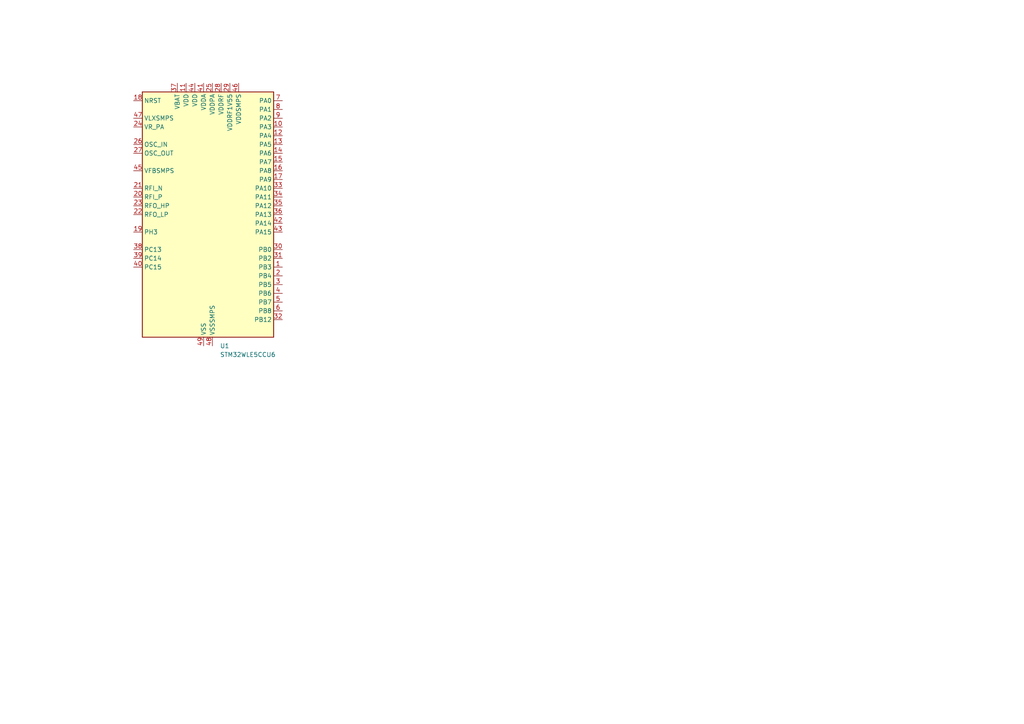
<source format=kicad_sch>
(kicad_sch (version 20230121) (generator eeschema)
  (paper "A4")
  (lib_symbols
    (symbol "MCU_ST_STM32WL:STM32WLE5CCUx"
      (property "Reference" "U" (at -17.78 36.83 0))
      (property "Value" "STM32WLE5CCUx" (at 12.7 36.83 0))
      (symbol "STM32WLE5CCUx_0_1"
        (rectangle (start -17.78 -35.56) (end 20.32 35.56) (stroke (width 0.254)) (fill (type background)))
      )
      (symbol "STM32WLE5CCUx_1_1"
        (pin bidirectional line (at 22.86 -15.24 180) (length 2.54) (name "PB3") (number "1"))
        (pin bidirectional line (at 22.86 25.4 180) (length 2.54) (name "PA3") (number "10"))
        (pin power_in line (at -5.08 38.1 270) (length 2.54) (name "VDD") (number "11"))
        (pin bidirectional line (at 22.86 22.86 180) (length 2.54) (name "PA4") (number "12"))
        (pin bidirectional line (at 22.86 20.32 180) (length 2.54) (name "PA5") (number "13"))
        (pin bidirectional line (at 22.86 17.78 180) (length 2.54) (name "PA6") (number "14"))
        (pin bidirectional line (at 22.86 15.24 180) (length 2.54) (name "PA7") (number "15"))
        (pin bidirectional line (at 22.86 12.7 180) (length 2.54) (name "PA8") (number "16"))
        (pin bidirectional line (at 22.86 10.16 180) (length 2.54) (name "PA9") (number "17"))
        (pin input line (at -20.32 33.02 0) (length 2.54) (name "NRST") (number "18"))
        (pin bidirectional line (at -20.32 -5.08 0) (length 2.54) (name "PH3") (number "19"))
        (pin bidirectional line (at 22.86 -17.78 180) (length 2.54) (name "PB4") (number "2"))
        (pin bidirectional line (at -20.32 5.08 0) (length 2.54) (name "RFI_P") (number "20"))
        (pin bidirectional line (at -20.32 7.62 0) (length 2.54) (name "RFI_N") (number "21"))
        (pin bidirectional line (at -20.32 0 0) (length 2.54) (name "RFO_LP") (number "22"))
        (pin bidirectional line (at -20.32 2.54 0) (length 2.54) (name "RFO_HP") (number "23"))
        (pin power_in line (at -20.32 25.4 0) (length 2.54) (name "VR_PA") (number "24"))
        (pin power_in line (at 2.54 38.1 270) (length 2.54) (name "VDDPA") (number "25"))
        (pin input line (at -20.32 20.32 0) (length 2.54) (name "OSC_IN") (number "26"))
        (pin input line (at -20.32 17.78 0) (length 2.54) (name "OSC_OUT") (number "27"))
        (pin power_in line (at 5.08 38.1 270) (length 2.54) (name "VDDRF") (number "28"))
        (pin power_in line (at 7.62 38.1 270) (length 2.54) (name "VDDRF1V55") (number "29"))
        (pin bidirectional line (at 22.86 -20.32 180) (length 2.54) (name "PB5") (number "3"))
        (pin bidirectional line (at 22.86 -10.16 180) (length 2.54) (name "PB0") (number "30"))
        (pin bidirectional line (at 22.86 -12.7 180) (length 2.54) (name "PB2") (number "31"))
        (pin bidirectional line (at 22.86 -30.48 180) (length 2.54) (name "PB12") (number "32"))
        (pin bidirectional line (at 22.86 7.62 180) (length 2.54) (name "PA10") (number "33"))
        (pin bidirectional line (at 22.86 5.08 180) (length 2.54) (name "PA11") (number "34"))
        (pin bidirectional line (at 22.86 2.54 180) (length 2.54) (name "PA12") (number "35"))
        (pin bidirectional line (at 22.86 0 180) (length 2.54) (name "PA13") (number "36"))
        (pin power_in line (at -7.62 38.1 270) (length 2.54) (name "VBAT") (number "37"))
        (pin bidirectional line (at -20.32 -10.16 0) (length 2.54) (name "PC13") (number "38"))
        (pin bidirectional line (at -20.32 -12.7 0) (length 2.54) (name "PC14") (number "39"))
        (pin bidirectional line (at 22.86 -22.86 180) (length 2.54) (name "PB6") (number "4"))
        (pin bidirectional line (at -20.32 -15.24 0) (length 2.54) (name "PC15") (number "40"))
        (pin power_in line (at 0 38.1 270) (length 2.54) (name "VDDA") (number "41"))
        (pin bidirectional line (at 22.86 -2.54 180) (length 2.54) (name "PA14") (number "42"))
        (pin bidirectional line (at 22.86 -5.08 180) (length 2.54) (name "PA15") (number "43"))
        (pin power_in line (at -2.54 38.1 270) (length 2.54) (name "VDD") (number "44"))
        (pin input line (at -20.32 12.7 0) (length 2.54) (name "VFBSMPS") (number "45"))
        (pin power_in line (at 10.16 38.1 270) (length 2.54) (name "VDDSMPS") (number "46"))
        (pin power_in line (at -20.32 27.94 0) (length 2.54) (name "VLXSMPS") (number "47"))
        (pin power_in line (at 2.54 -38.1 90) (length 2.54) (name "VSSSMPS") (number "48"))
        (pin power_in line (at 0 -38.1 90) (length 2.54) (name "VSS") (number "49"))
        (pin bidirectional line (at 22.86 -25.4 180) (length 2.54) (name "PB7") (number "5"))
        (pin bidirectional line (at 22.86 -27.94 180) (length 2.54) (name "PB8") (number "6"))
        (pin bidirectional line (at 22.86 33.02 180) (length 2.54) (name "PA0") (number "7"))
        (pin bidirectional line (at 22.86 30.48 180) (length 2.54) (name "PA1") (number "8"))
        (pin bidirectional line (at 22.86 27.94 180) (length 2.54) (name "PA2") (number "9"))
      )
    )
  )
  (symbol (lib_id "MCU_ST_STM32WL:STM32WLE5CCUx") (at 59.055 62.23 0) (unit 1)
    (property "Reference" "U1" (at 63.7891 100.33 0) (effects (justify left)))
    (property "Value" "STM32WLE5CCU6" (at 63.7891 102.87 0) (effects (justify left)))
    (property "Footprint" "Package_DFN_QFN:QFN-48-1EP_7x7mm_P0.5mm_EP5.6x5.6mm" (effects hide))
    (property "Datasheet" "https://www.st.com/resource/en/datasheet/stm32wle5cc.pdf" (effects hide))
  )
)
</source>
